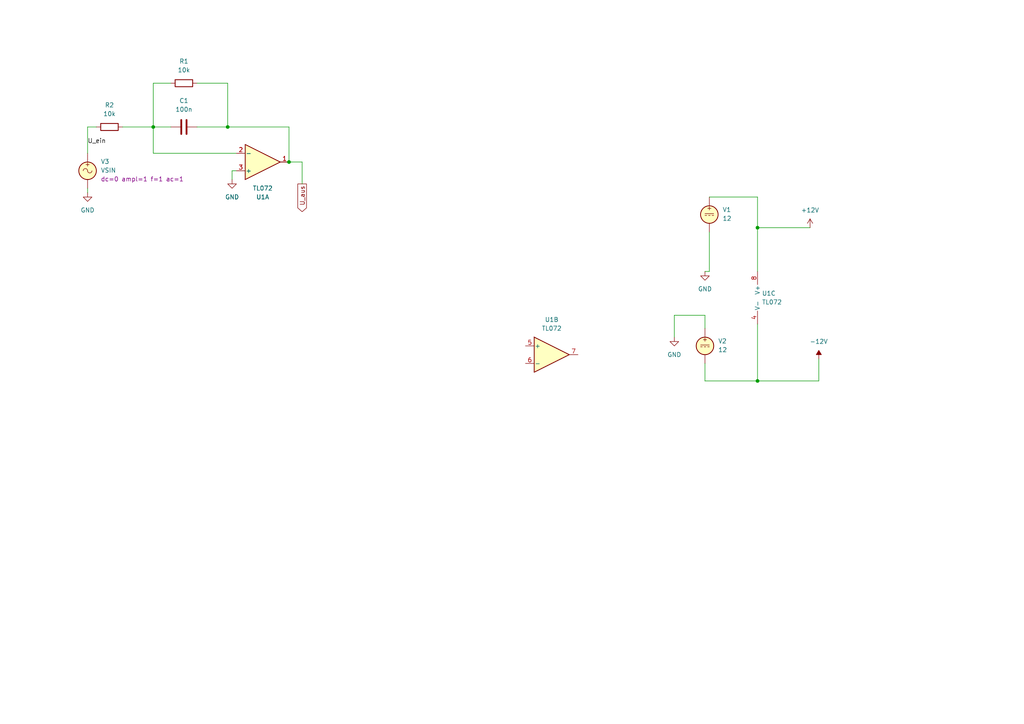
<source format=kicad_sch>
(kicad_sch (version 20230121) (generator eeschema)

  (uuid b35302b3-1aa5-424e-90db-f5cc7fa728aa)

  (paper "A4")

  (lib_symbols
    (symbol "Amplifier_Operational:TL072" (pin_names (offset 0.127)) (in_bom yes) (on_board yes)
      (property "Reference" "U" (at 0 5.08 0)
        (effects (font (size 1.27 1.27)) (justify left))
      )
      (property "Value" "TL072" (at 0 -5.08 0)
        (effects (font (size 1.27 1.27)) (justify left))
      )
      (property "Footprint" "" (at 0 0 0)
        (effects (font (size 1.27 1.27)) hide)
      )
      (property "Datasheet" "http://www.ti.com/lit/ds/symlink/tl071.pdf" (at 0 0 0)
        (effects (font (size 1.27 1.27)) hide)
      )
      (property "ki_locked" "" (at 0 0 0)
        (effects (font (size 1.27 1.27)))
      )
      (property "ki_keywords" "dual opamp" (at 0 0 0)
        (effects (font (size 1.27 1.27)) hide)
      )
      (property "ki_description" "Dual Low-Noise JFET-Input Operational Amplifiers, DIP-8/SOIC-8" (at 0 0 0)
        (effects (font (size 1.27 1.27)) hide)
      )
      (property "ki_fp_filters" "SOIC*3.9x4.9mm*P1.27mm* DIP*W7.62mm* TO*99* OnSemi*Micro8* TSSOP*3x3mm*P0.65mm* TSSOP*4.4x3mm*P0.65mm* MSOP*3x3mm*P0.65mm* SSOP*3.9x4.9mm*P0.635mm* LFCSP*2x2mm*P0.5mm* *SIP* SOIC*5.3x6.2mm*P1.27mm*" (at 0 0 0)
        (effects (font (size 1.27 1.27)) hide)
      )
      (symbol "TL072_1_1"
        (polyline
          (pts
            (xy -5.08 5.08)
            (xy 5.08 0)
            (xy -5.08 -5.08)
            (xy -5.08 5.08)
          )
          (stroke (width 0.254) (type default))
          (fill (type background))
        )
        (pin output line (at 7.62 0 180) (length 2.54)
          (name "~" (effects (font (size 1.27 1.27))))
          (number "1" (effects (font (size 1.27 1.27))))
        )
        (pin input line (at -7.62 -2.54 0) (length 2.54)
          (name "-" (effects (font (size 1.27 1.27))))
          (number "2" (effects (font (size 1.27 1.27))))
        )
        (pin input line (at -7.62 2.54 0) (length 2.54)
          (name "+" (effects (font (size 1.27 1.27))))
          (number "3" (effects (font (size 1.27 1.27))))
        )
      )
      (symbol "TL072_2_1"
        (polyline
          (pts
            (xy -5.08 5.08)
            (xy 5.08 0)
            (xy -5.08 -5.08)
            (xy -5.08 5.08)
          )
          (stroke (width 0.254) (type default))
          (fill (type background))
        )
        (pin input line (at -7.62 2.54 0) (length 2.54)
          (name "+" (effects (font (size 1.27 1.27))))
          (number "5" (effects (font (size 1.27 1.27))))
        )
        (pin input line (at -7.62 -2.54 0) (length 2.54)
          (name "-" (effects (font (size 1.27 1.27))))
          (number "6" (effects (font (size 1.27 1.27))))
        )
        (pin output line (at 7.62 0 180) (length 2.54)
          (name "~" (effects (font (size 1.27 1.27))))
          (number "7" (effects (font (size 1.27 1.27))))
        )
      )
      (symbol "TL072_3_1"
        (pin power_in line (at -2.54 -7.62 90) (length 3.81)
          (name "V-" (effects (font (size 1.27 1.27))))
          (number "4" (effects (font (size 1.27 1.27))))
        )
        (pin power_in line (at -2.54 7.62 270) (length 3.81)
          (name "V+" (effects (font (size 1.27 1.27))))
          (number "8" (effects (font (size 1.27 1.27))))
        )
      )
    )
    (symbol "Device:C" (pin_numbers hide) (pin_names (offset 0.254)) (in_bom yes) (on_board yes)
      (property "Reference" "C" (at 0.635 2.54 0)
        (effects (font (size 1.27 1.27)) (justify left))
      )
      (property "Value" "C" (at 0.635 -2.54 0)
        (effects (font (size 1.27 1.27)) (justify left))
      )
      (property "Footprint" "" (at 0.9652 -3.81 0)
        (effects (font (size 1.27 1.27)) hide)
      )
      (property "Datasheet" "~" (at 0 0 0)
        (effects (font (size 1.27 1.27)) hide)
      )
      (property "ki_keywords" "cap capacitor" (at 0 0 0)
        (effects (font (size 1.27 1.27)) hide)
      )
      (property "ki_description" "Unpolarized capacitor" (at 0 0 0)
        (effects (font (size 1.27 1.27)) hide)
      )
      (property "ki_fp_filters" "C_*" (at 0 0 0)
        (effects (font (size 1.27 1.27)) hide)
      )
      (symbol "C_0_1"
        (polyline
          (pts
            (xy -2.032 -0.762)
            (xy 2.032 -0.762)
          )
          (stroke (width 0.508) (type default))
          (fill (type none))
        )
        (polyline
          (pts
            (xy -2.032 0.762)
            (xy 2.032 0.762)
          )
          (stroke (width 0.508) (type default))
          (fill (type none))
        )
      )
      (symbol "C_1_1"
        (pin passive line (at 0 3.81 270) (length 2.794)
          (name "~" (effects (font (size 1.27 1.27))))
          (number "1" (effects (font (size 1.27 1.27))))
        )
        (pin passive line (at 0 -3.81 90) (length 2.794)
          (name "~" (effects (font (size 1.27 1.27))))
          (number "2" (effects (font (size 1.27 1.27))))
        )
      )
    )
    (symbol "Device:R" (pin_numbers hide) (pin_names (offset 0)) (in_bom yes) (on_board yes)
      (property "Reference" "R" (at 2.032 0 90)
        (effects (font (size 1.27 1.27)))
      )
      (property "Value" "R" (at 0 0 90)
        (effects (font (size 1.27 1.27)))
      )
      (property "Footprint" "" (at -1.778 0 90)
        (effects (font (size 1.27 1.27)) hide)
      )
      (property "Datasheet" "~" (at 0 0 0)
        (effects (font (size 1.27 1.27)) hide)
      )
      (property "ki_keywords" "R res resistor" (at 0 0 0)
        (effects (font (size 1.27 1.27)) hide)
      )
      (property "ki_description" "Resistor" (at 0 0 0)
        (effects (font (size 1.27 1.27)) hide)
      )
      (property "ki_fp_filters" "R_*" (at 0 0 0)
        (effects (font (size 1.27 1.27)) hide)
      )
      (symbol "R_0_1"
        (rectangle (start -1.016 -2.54) (end 1.016 2.54)
          (stroke (width 0.254) (type default))
          (fill (type none))
        )
      )
      (symbol "R_1_1"
        (pin passive line (at 0 3.81 270) (length 1.27)
          (name "~" (effects (font (size 1.27 1.27))))
          (number "1" (effects (font (size 1.27 1.27))))
        )
        (pin passive line (at 0 -3.81 90) (length 1.27)
          (name "~" (effects (font (size 1.27 1.27))))
          (number "2" (effects (font (size 1.27 1.27))))
        )
      )
    )
    (symbol "Simulation_SPICE:VDC" (pin_numbers hide) (pin_names (offset 0.0254)) (in_bom yes) (on_board yes)
      (property "Reference" "V" (at 2.54 2.54 0)
        (effects (font (size 1.27 1.27)) (justify left))
      )
      (property "Value" "1" (at 2.54 0 0)
        (effects (font (size 1.27 1.27)) (justify left))
      )
      (property "Footprint" "" (at 0 0 0)
        (effects (font (size 1.27 1.27)) hide)
      )
      (property "Datasheet" "~" (at 0 0 0)
        (effects (font (size 1.27 1.27)) hide)
      )
      (property "Sim.Pins" "1=+ 2=-" (at 0 0 0)
        (effects (font (size 1.27 1.27)) hide)
      )
      (property "Sim.Type" "DC" (at 0 0 0)
        (effects (font (size 1.27 1.27)) hide)
      )
      (property "Sim.Device" "V" (at 0 0 0)
        (effects (font (size 1.27 1.27)) (justify left) hide)
      )
      (property "ki_keywords" "simulation" (at 0 0 0)
        (effects (font (size 1.27 1.27)) hide)
      )
      (property "ki_description" "Voltage source, DC" (at 0 0 0)
        (effects (font (size 1.27 1.27)) hide)
      )
      (symbol "VDC_0_0"
        (polyline
          (pts
            (xy -1.27 0.254)
            (xy 1.27 0.254)
          )
          (stroke (width 0) (type default))
          (fill (type none))
        )
        (polyline
          (pts
            (xy -0.762 -0.254)
            (xy -1.27 -0.254)
          )
          (stroke (width 0) (type default))
          (fill (type none))
        )
        (polyline
          (pts
            (xy 0.254 -0.254)
            (xy -0.254 -0.254)
          )
          (stroke (width 0) (type default))
          (fill (type none))
        )
        (polyline
          (pts
            (xy 1.27 -0.254)
            (xy 0.762 -0.254)
          )
          (stroke (width 0) (type default))
          (fill (type none))
        )
        (text "+" (at 0 1.905 0)
          (effects (font (size 1.27 1.27)))
        )
      )
      (symbol "VDC_0_1"
        (circle (center 0 0) (radius 2.54)
          (stroke (width 0.254) (type default))
          (fill (type background))
        )
      )
      (symbol "VDC_1_1"
        (pin passive line (at 0 5.08 270) (length 2.54)
          (name "~" (effects (font (size 1.27 1.27))))
          (number "1" (effects (font (size 1.27 1.27))))
        )
        (pin passive line (at 0 -5.08 90) (length 2.54)
          (name "~" (effects (font (size 1.27 1.27))))
          (number "2" (effects (font (size 1.27 1.27))))
        )
      )
    )
    (symbol "Simulation_SPICE:VSIN" (pin_numbers hide) (pin_names (offset 0.0254)) (in_bom yes) (on_board yes)
      (property "Reference" "V" (at 2.54 2.54 0)
        (effects (font (size 1.27 1.27)) (justify left))
      )
      (property "Value" "VSIN" (at 2.54 0 0)
        (effects (font (size 1.27 1.27)) (justify left))
      )
      (property "Footprint" "" (at 0 0 0)
        (effects (font (size 1.27 1.27)) hide)
      )
      (property "Datasheet" "~" (at 0 0 0)
        (effects (font (size 1.27 1.27)) hide)
      )
      (property "Sim.Pins" "1=+ 2=-" (at 0 0 0)
        (effects (font (size 1.27 1.27)) hide)
      )
      (property "Sim.Params" "dc=0 ampl=1 f=1k ac=1" (at 2.54 -2.54 0)
        (effects (font (size 1.27 1.27)) (justify left))
      )
      (property "Sim.Type" "SIN" (at 0 0 0)
        (effects (font (size 1.27 1.27)) hide)
      )
      (property "Sim.Device" "V" (at 0 0 0)
        (effects (font (size 1.27 1.27)) (justify left) hide)
      )
      (property "ki_keywords" "simulation ac vac" (at 0 0 0)
        (effects (font (size 1.27 1.27)) hide)
      )
      (property "ki_description" "Voltage source, sinusoidal" (at 0 0 0)
        (effects (font (size 1.27 1.27)) hide)
      )
      (symbol "VSIN_0_0"
        (arc (start 0 0) (mid -0.635 0.6323) (end -1.27 0)
          (stroke (width 0) (type default))
          (fill (type none))
        )
        (arc (start 0 0) (mid 0.635 -0.6323) (end 1.27 0)
          (stroke (width 0) (type default))
          (fill (type none))
        )
        (text "+" (at 0 1.905 0)
          (effects (font (size 1.27 1.27)))
        )
      )
      (symbol "VSIN_0_1"
        (circle (center 0 0) (radius 2.54)
          (stroke (width 0.254) (type default))
          (fill (type background))
        )
      )
      (symbol "VSIN_1_1"
        (pin passive line (at 0 5.08 270) (length 2.54)
          (name "~" (effects (font (size 1.27 1.27))))
          (number "1" (effects (font (size 1.27 1.27))))
        )
        (pin passive line (at 0 -5.08 90) (length 2.54)
          (name "~" (effects (font (size 1.27 1.27))))
          (number "2" (effects (font (size 1.27 1.27))))
        )
      )
    )
    (symbol "power:+12V" (power) (pin_names (offset 0)) (in_bom yes) (on_board yes)
      (property "Reference" "#PWR" (at 0 -3.81 0)
        (effects (font (size 1.27 1.27)) hide)
      )
      (property "Value" "+12V" (at 0 3.556 0)
        (effects (font (size 1.27 1.27)))
      )
      (property "Footprint" "" (at 0 0 0)
        (effects (font (size 1.27 1.27)) hide)
      )
      (property "Datasheet" "" (at 0 0 0)
        (effects (font (size 1.27 1.27)) hide)
      )
      (property "ki_keywords" "global power" (at 0 0 0)
        (effects (font (size 1.27 1.27)) hide)
      )
      (property "ki_description" "Power symbol creates a global label with name \"+12V\"" (at 0 0 0)
        (effects (font (size 1.27 1.27)) hide)
      )
      (symbol "+12V_0_1"
        (polyline
          (pts
            (xy -0.762 1.27)
            (xy 0 2.54)
          )
          (stroke (width 0) (type default))
          (fill (type none))
        )
        (polyline
          (pts
            (xy 0 0)
            (xy 0 2.54)
          )
          (stroke (width 0) (type default))
          (fill (type none))
        )
        (polyline
          (pts
            (xy 0 2.54)
            (xy 0.762 1.27)
          )
          (stroke (width 0) (type default))
          (fill (type none))
        )
      )
      (symbol "+12V_1_1"
        (pin power_in line (at 0 0 90) (length 0) hide
          (name "+12V" (effects (font (size 1.27 1.27))))
          (number "1" (effects (font (size 1.27 1.27))))
        )
      )
    )
    (symbol "power:-12V" (power) (pin_names (offset 0)) (in_bom yes) (on_board yes)
      (property "Reference" "#PWR" (at 0 2.54 0)
        (effects (font (size 1.27 1.27)) hide)
      )
      (property "Value" "-12V" (at 0 3.81 0)
        (effects (font (size 1.27 1.27)))
      )
      (property "Footprint" "" (at 0 0 0)
        (effects (font (size 1.27 1.27)) hide)
      )
      (property "Datasheet" "" (at 0 0 0)
        (effects (font (size 1.27 1.27)) hide)
      )
      (property "ki_keywords" "global power" (at 0 0 0)
        (effects (font (size 1.27 1.27)) hide)
      )
      (property "ki_description" "Power symbol creates a global label with name \"-12V\"" (at 0 0 0)
        (effects (font (size 1.27 1.27)) hide)
      )
      (symbol "-12V_0_0"
        (pin power_in line (at 0 0 90) (length 0) hide
          (name "-12V" (effects (font (size 1.27 1.27))))
          (number "1" (effects (font (size 1.27 1.27))))
        )
      )
      (symbol "-12V_0_1"
        (polyline
          (pts
            (xy 0 0)
            (xy 0 1.27)
            (xy 0.762 1.27)
            (xy 0 2.54)
            (xy -0.762 1.27)
            (xy 0 1.27)
          )
          (stroke (width 0) (type default))
          (fill (type outline))
        )
      )
    )
    (symbol "power:GND" (power) (pin_names (offset 0)) (in_bom yes) (on_board yes)
      (property "Reference" "#PWR" (at 0 -6.35 0)
        (effects (font (size 1.27 1.27)) hide)
      )
      (property "Value" "GND" (at 0 -3.81 0)
        (effects (font (size 1.27 1.27)))
      )
      (property "Footprint" "" (at 0 0 0)
        (effects (font (size 1.27 1.27)) hide)
      )
      (property "Datasheet" "" (at 0 0 0)
        (effects (font (size 1.27 1.27)) hide)
      )
      (property "ki_keywords" "global power" (at 0 0 0)
        (effects (font (size 1.27 1.27)) hide)
      )
      (property "ki_description" "Power symbol creates a global label with name \"GND\" , ground" (at 0 0 0)
        (effects (font (size 1.27 1.27)) hide)
      )
      (symbol "GND_0_1"
        (polyline
          (pts
            (xy 0 0)
            (xy 0 -1.27)
            (xy 1.27 -1.27)
            (xy 0 -2.54)
            (xy -1.27 -1.27)
            (xy 0 -1.27)
          )
          (stroke (width 0) (type default))
          (fill (type none))
        )
      )
      (symbol "GND_1_1"
        (pin power_in line (at 0 0 270) (length 0) hide
          (name "GND" (effects (font (size 1.27 1.27))))
          (number "1" (effects (font (size 1.27 1.27))))
        )
      )
    )
  )

  (junction (at 83.82 46.99) (diameter 0) (color 0 0 0 0)
    (uuid 2f4c57e7-b8aa-412c-946d-335a3daeaf7a)
  )
  (junction (at 66.04 36.83) (diameter 0) (color 0 0 0 0)
    (uuid 7d00fe75-101e-4fa2-842c-7e26a484b9c2)
  )
  (junction (at 44.45 36.83) (diameter 0) (color 0 0 0 0)
    (uuid 85552932-a483-417b-b2cc-6ad1326e1b5a)
  )
  (junction (at 219.71 66.04) (diameter 0) (color 0 0 0 0)
    (uuid a5630828-7689-4b97-a0ad-d0b2cbc1a523)
  )
  (junction (at 219.71 110.49) (diameter 0) (color 0 0 0 0)
    (uuid dba356ba-c624-4718-bce8-7b455969f408)
  )

  (wire (pts (xy 219.71 93.98) (xy 219.71 110.49))
    (stroke (width 0) (type default))
    (uuid 0374a3cd-b30b-42fe-bfa6-82a1a93be16e)
  )
  (wire (pts (xy 219.71 66.04) (xy 219.71 78.74))
    (stroke (width 0) (type default))
    (uuid 08e8276b-d8a8-4b4e-843e-742a8d957748)
  )
  (wire (pts (xy 67.31 49.53) (xy 67.31 52.07))
    (stroke (width 0) (type default))
    (uuid 0e1db4fa-68ac-451b-a7b1-a98b9a750f3e)
  )
  (wire (pts (xy 205.74 67.31) (xy 205.74 78.74))
    (stroke (width 0) (type default))
    (uuid 136041ae-df53-4671-9d1f-ae0b41fb7523)
  )
  (wire (pts (xy 66.04 24.13) (xy 66.04 36.83))
    (stroke (width 0) (type default))
    (uuid 1b16ec24-d335-4afd-8fb9-da588aedc27b)
  )
  (wire (pts (xy 195.58 91.44) (xy 204.47 91.44))
    (stroke (width 0) (type default))
    (uuid 2bc31e9f-532f-4edf-ab21-dd20bca4504e)
  )
  (wire (pts (xy 68.58 49.53) (xy 67.31 49.53))
    (stroke (width 0) (type default))
    (uuid 3b7b47a6-b7a2-432a-b744-13c679e8a8a8)
  )
  (wire (pts (xy 25.4 44.45) (xy 25.4 36.83))
    (stroke (width 0) (type default))
    (uuid 3c050c3c-3a6d-4df6-b11d-12f26f6a8072)
  )
  (wire (pts (xy 87.63 53.34) (xy 87.63 46.99))
    (stroke (width 0) (type default))
    (uuid 3cb93c61-b4e5-4b93-94b7-df87113de55e)
  )
  (wire (pts (xy 25.4 36.83) (xy 27.94 36.83))
    (stroke (width 0) (type default))
    (uuid 53b6def5-4807-4f25-a564-30204320a457)
  )
  (wire (pts (xy 35.56 36.83) (xy 44.45 36.83))
    (stroke (width 0) (type default))
    (uuid 58a98d26-8cf3-4292-a1c0-ea92c23bb43a)
  )
  (wire (pts (xy 57.15 24.13) (xy 66.04 24.13))
    (stroke (width 0) (type default))
    (uuid 60c267a8-e138-459f-a704-e226f342a225)
  )
  (wire (pts (xy 219.71 57.15) (xy 219.71 66.04))
    (stroke (width 0) (type default))
    (uuid 75c60956-82c2-402f-b1e4-d6c1b1da5803)
  )
  (wire (pts (xy 204.47 105.41) (xy 204.47 110.49))
    (stroke (width 0) (type default))
    (uuid 86225915-d1ae-4d7e-bf66-20e72c478d37)
  )
  (wire (pts (xy 25.4 54.61) (xy 25.4 55.88))
    (stroke (width 0) (type default))
    (uuid 925a1746-652b-4398-9932-a5ff2c8cdd08)
  )
  (wire (pts (xy 44.45 24.13) (xy 44.45 36.83))
    (stroke (width 0) (type default))
    (uuid 9896c0c1-aa4d-402f-b7d4-20e3d5a76c60)
  )
  (wire (pts (xy 195.58 97.79) (xy 195.58 91.44))
    (stroke (width 0) (type default))
    (uuid 9ed1ace5-2d47-4584-b3cf-f0e5215a243b)
  )
  (wire (pts (xy 87.63 46.99) (xy 83.82 46.99))
    (stroke (width 0) (type default))
    (uuid 9f925df9-abac-4c77-b4ed-0489db8d138f)
  )
  (wire (pts (xy 237.49 104.14) (xy 237.49 110.49))
    (stroke (width 0) (type default))
    (uuid a20e497f-eef1-440f-abd8-b107816991c0)
  )
  (wire (pts (xy 204.47 110.49) (xy 219.71 110.49))
    (stroke (width 0) (type default))
    (uuid a78de50b-0997-4128-b16d-b166abfda587)
  )
  (wire (pts (xy 44.45 36.83) (xy 49.53 36.83))
    (stroke (width 0) (type default))
    (uuid ab2c6c6a-68d6-4436-bc0e-d14ab782e337)
  )
  (wire (pts (xy 205.74 57.15) (xy 219.71 57.15))
    (stroke (width 0) (type default))
    (uuid ac35b778-940f-4379-88cb-54147a366a3d)
  )
  (wire (pts (xy 83.82 46.99) (xy 83.82 36.83))
    (stroke (width 0) (type default))
    (uuid b24fd36d-2353-4c09-80b8-18baeedc5bb9)
  )
  (wire (pts (xy 205.74 78.74) (xy 204.47 78.74))
    (stroke (width 0) (type default))
    (uuid b320747e-9bb8-48a0-b5be-0eb7241b0347)
  )
  (wire (pts (xy 44.45 44.45) (xy 44.45 36.83))
    (stroke (width 0) (type default))
    (uuid bb799281-b2fe-4e16-a57b-fa6cbe35766d)
  )
  (wire (pts (xy 204.47 91.44) (xy 204.47 95.25))
    (stroke (width 0) (type default))
    (uuid c422abba-f4fe-4a37-a5a2-daa4b55517c3)
  )
  (wire (pts (xy 44.45 44.45) (xy 68.58 44.45))
    (stroke (width 0) (type default))
    (uuid ce47ed80-e280-4631-a831-388dcc4a1885)
  )
  (wire (pts (xy 234.95 66.04) (xy 219.71 66.04))
    (stroke (width 0) (type default))
    (uuid d686c4a6-2df3-47ac-9128-956411154f27)
  )
  (wire (pts (xy 66.04 36.83) (xy 83.82 36.83))
    (stroke (width 0) (type default))
    (uuid d692aeb2-00d8-43ab-a383-0a64304d78f8)
  )
  (wire (pts (xy 57.15 36.83) (xy 66.04 36.83))
    (stroke (width 0) (type default))
    (uuid dae1f0cd-0bdf-4fdb-b15e-f2a631d08960)
  )
  (wire (pts (xy 219.71 110.49) (xy 237.49 110.49))
    (stroke (width 0) (type default))
    (uuid ed191166-bb5f-43f8-996c-d9fac0bc879f)
  )
  (wire (pts (xy 49.53 24.13) (xy 44.45 24.13))
    (stroke (width 0) (type default))
    (uuid f3499c26-18ad-4952-a12b-f5ef847bc6b0)
  )

  (label "U_ein" (at 25.4 41.91 0) (fields_autoplaced)
    (effects (font (size 1.27 1.27)) (justify left bottom))
    (uuid 627bd73e-6d15-4c68-8243-0384d8915991)
  )

  (global_label "U_aus" (shape output) (at 87.63 53.34 270) (fields_autoplaced)
    (effects (font (size 1.27 1.27)) (justify right))
    (uuid e0eb98a4-4f6b-4158-97db-c02b11f7e634)
    (property "Intersheetrefs" "${INTERSHEET_REFS}" (at 87.63 61.9494 90)
      (effects (font (size 1.27 1.27)) (justify right) hide)
    )
  )

  (symbol (lib_id "Simulation_SPICE:VDC") (at 204.47 100.33 0) (unit 1)
    (in_bom yes) (on_board yes) (dnp no) (fields_autoplaced)
    (uuid 113d6512-223c-4c04-84dd-a3a850af6c4b)
    (property "Reference" "V2" (at 208.28 98.9302 0)
      (effects (font (size 1.27 1.27)) (justify left))
    )
    (property "Value" "12" (at 208.28 101.4702 0)
      (effects (font (size 1.27 1.27)) (justify left))
    )
    (property "Footprint" "" (at 204.47 100.33 0)
      (effects (font (size 1.27 1.27)) hide)
    )
    (property "Datasheet" "~" (at 204.47 100.33 0)
      (effects (font (size 1.27 1.27)) hide)
    )
    (property "Sim.Pins" "1=+ 2=-" (at 204.47 100.33 0)
      (effects (font (size 1.27 1.27)) hide)
    )
    (property "Sim.Type" "DC" (at 204.47 100.33 0)
      (effects (font (size 1.27 1.27)) hide)
    )
    (property "Sim.Device" "V" (at 204.47 100.33 0)
      (effects (font (size 1.27 1.27)) (justify left) hide)
    )
    (pin "2" (uuid c50c0891-4acc-43e3-9126-c78092b37a03))
    (pin "1" (uuid ff971652-b40c-4f81-a535-65d8ec67796c))
    (instances
      (project "TiefpassAktiv"
        (path "/b35302b3-1aa5-424e-90db-f5cc7fa728aa"
          (reference "V2") (unit 1)
        )
      )
    )
  )

  (symbol (lib_id "power:GND") (at 25.4 55.88 0) (unit 1)
    (in_bom yes) (on_board yes) (dnp no) (fields_autoplaced)
    (uuid 200a7fc5-ca17-4da0-8f9e-636af09fad05)
    (property "Reference" "#PWR03" (at 25.4 62.23 0)
      (effects (font (size 1.27 1.27)) hide)
    )
    (property "Value" "GND" (at 25.4 60.96 0)
      (effects (font (size 1.27 1.27)))
    )
    (property "Footprint" "" (at 25.4 55.88 0)
      (effects (font (size 1.27 1.27)) hide)
    )
    (property "Datasheet" "" (at 25.4 55.88 0)
      (effects (font (size 1.27 1.27)) hide)
    )
    (pin "1" (uuid 423e5fab-fb73-4a20-b68d-fbbada6a34b8))
    (instances
      (project "TiefpassAktiv"
        (path "/b35302b3-1aa5-424e-90db-f5cc7fa728aa"
          (reference "#PWR03") (unit 1)
        )
      )
    )
  )

  (symbol (lib_id "Device:R") (at 53.34 24.13 90) (unit 1)
    (in_bom yes) (on_board yes) (dnp no) (fields_autoplaced)
    (uuid 20d11dba-40dc-4ac5-8c5f-8b7b4e8c8b39)
    (property "Reference" "R1" (at 53.34 17.78 90)
      (effects (font (size 1.27 1.27)))
    )
    (property "Value" "10k" (at 53.34 20.32 90)
      (effects (font (size 1.27 1.27)))
    )
    (property "Footprint" "" (at 53.34 25.908 90)
      (effects (font (size 1.27 1.27)) hide)
    )
    (property "Datasheet" "~" (at 53.34 24.13 0)
      (effects (font (size 1.27 1.27)) hide)
    )
    (pin "2" (uuid d103e0d3-4030-49a4-a2c9-e2ed626cc660))
    (pin "1" (uuid a5fac6ce-2488-4951-a542-5481ffdfa56b))
    (instances
      (project "TiefpassAktiv"
        (path "/b35302b3-1aa5-424e-90db-f5cc7fa728aa"
          (reference "R1") (unit 1)
        )
      )
    )
  )

  (symbol (lib_id "Simulation_SPICE:VDC") (at 205.74 62.23 0) (unit 1)
    (in_bom yes) (on_board yes) (dnp no) (fields_autoplaced)
    (uuid 23ab169e-d387-4e2d-9a48-003cdab5503c)
    (property "Reference" "V1" (at 209.55 60.8302 0)
      (effects (font (size 1.27 1.27)) (justify left))
    )
    (property "Value" "12" (at 209.55 63.3702 0)
      (effects (font (size 1.27 1.27)) (justify left))
    )
    (property "Footprint" "" (at 205.74 62.23 0)
      (effects (font (size 1.27 1.27)) hide)
    )
    (property "Datasheet" "~" (at 205.74 62.23 0)
      (effects (font (size 1.27 1.27)) hide)
    )
    (property "Sim.Pins" "1=+ 2=-" (at 205.74 62.23 0)
      (effects (font (size 1.27 1.27)) hide)
    )
    (property "Sim.Type" "DC" (at 205.74 62.23 0)
      (effects (font (size 1.27 1.27)) hide)
    )
    (property "Sim.Device" "V" (at 205.74 62.23 0)
      (effects (font (size 1.27 1.27)) (justify left) hide)
    )
    (pin "2" (uuid aad311b6-7f47-49f5-952a-e818f5713edc))
    (pin "1" (uuid 72290c95-1fa9-4dab-b990-6d8fd493df53))
    (instances
      (project "TiefpassAktiv"
        (path "/b35302b3-1aa5-424e-90db-f5cc7fa728aa"
          (reference "V1") (unit 1)
        )
      )
    )
  )

  (symbol (lib_id "Device:C") (at 53.34 36.83 90) (unit 1)
    (in_bom yes) (on_board yes) (dnp no) (fields_autoplaced)
    (uuid 3c4798b9-0895-4048-b10d-edcfbedb78d3)
    (property "Reference" "C1" (at 53.34 29.21 90)
      (effects (font (size 1.27 1.27)))
    )
    (property "Value" "100n" (at 53.34 31.75 90)
      (effects (font (size 1.27 1.27)))
    )
    (property "Footprint" "" (at 57.15 35.8648 0)
      (effects (font (size 1.27 1.27)) hide)
    )
    (property "Datasheet" "~" (at 53.34 36.83 0)
      (effects (font (size 1.27 1.27)) hide)
    )
    (pin "2" (uuid 1baef556-7191-4af3-8f29-8511ffc86858))
    (pin "1" (uuid 7482db6f-4d08-4a66-8e5a-e2d5a544c3b1))
    (instances
      (project "TiefpassAktiv"
        (path "/b35302b3-1aa5-424e-90db-f5cc7fa728aa"
          (reference "C1") (unit 1)
        )
      )
    )
  )

  (symbol (lib_id "Amplifier_Operational:TL072") (at 222.25 86.36 0) (unit 3)
    (in_bom yes) (on_board yes) (dnp no) (fields_autoplaced)
    (uuid 406a98c9-331b-447b-b8d3-23bd0edcc3c0)
    (property "Reference" "U1" (at 220.98 85.09 0)
      (effects (font (size 1.27 1.27)) (justify left))
    )
    (property "Value" "TL072" (at 220.98 87.63 0)
      (effects (font (size 1.27 1.27)) (justify left))
    )
    (property "Footprint" "" (at 222.25 86.36 0)
      (effects (font (size 1.27 1.27)) hide)
    )
    (property "Datasheet" "http://www.ti.com/lit/ds/symlink/tl071.pdf" (at 222.25 86.36 0)
      (effects (font (size 1.27 1.27)) hide)
    )
    (property "Sim.Library" "TL072-dual.lib" (at 222.25 86.36 0)
      (effects (font (size 1.27 1.27)) hide)
    )
    (property "Sim.Name" "TL072c" (at 222.25 86.36 0)
      (effects (font (size 1.27 1.27)) hide)
    )
    (property "Sim.Device" "SUBCKT" (at 222.25 86.36 0)
      (effects (font (size 1.27 1.27)) hide)
    )
    (property "Sim.Pins" "1=1out 2=1in- 3=1in+ 4=vcc- 5=2in+ 6=2in- 7=2out 8=vcc+" (at 222.25 86.36 0)
      (effects (font (size 1.27 1.27)) hide)
    )
    (pin "1" (uuid 4656fd70-2ca1-49ec-9f89-156c6fbe8875))
    (pin "6" (uuid 66a902a4-9b01-46de-9f50-c96184fd7914))
    (pin "4" (uuid edecfdde-6efa-4657-8c48-24a746d61dfe))
    (pin "3" (uuid b467f47e-a94f-48f3-bfa9-10981c35931b))
    (pin "2" (uuid 4c86c15a-29ab-427c-9fdf-c10e912adc12))
    (pin "5" (uuid 01d2a251-e2ca-4137-97ff-c60209863518))
    (pin "8" (uuid 4af78e3b-c301-4034-bb4a-f9e4278a45a6))
    (pin "7" (uuid 86a2f517-de06-400b-9888-a463ad573733))
    (instances
      (project "TiefpassAktiv"
        (path "/b35302b3-1aa5-424e-90db-f5cc7fa728aa"
          (reference "U1") (unit 3)
        )
      )
    )
  )

  (symbol (lib_id "Amplifier_Operational:TL072") (at 76.2 46.99 0) (mirror x) (unit 1)
    (in_bom yes) (on_board yes) (dnp no)
    (uuid 4ecd0a30-07e8-4620-81fb-ddcd394adb37)
    (property "Reference" "U1" (at 76.2 57.15 0)
      (effects (font (size 1.27 1.27)))
    )
    (property "Value" "TL072" (at 76.2 54.61 0)
      (effects (font (size 1.27 1.27)))
    )
    (property "Footprint" "" (at 76.2 46.99 0)
      (effects (font (size 1.27 1.27)) hide)
    )
    (property "Datasheet" "http://www.ti.com/lit/ds/symlink/tl071.pdf" (at 76.2 46.99 0)
      (effects (font (size 1.27 1.27)) hide)
    )
    (property "Sim.Library" "TL072-dual.lib" (at 76.2 46.99 0)
      (effects (font (size 1.27 1.27)) hide)
    )
    (property "Sim.Name" "TL072c" (at 76.2 46.99 0)
      (effects (font (size 1.27 1.27)) hide)
    )
    (property "Sim.Device" "SUBCKT" (at 76.2 46.99 0)
      (effects (font (size 1.27 1.27)) hide)
    )
    (property "Sim.Pins" "1=1out 2=1in- 3=1in+ 4=vcc- 5=2in+ 6=2in- 7=2out 8=vcc+" (at 76.2 46.99 0)
      (effects (font (size 1.27 1.27)) hide)
    )
    (pin "1" (uuid 4656fd70-2ca1-49ec-9f89-156c6fbe8876))
    (pin "6" (uuid 66a902a4-9b01-46de-9f50-c96184fd7915))
    (pin "4" (uuid edecfdde-6efa-4657-8c48-24a746d61dff))
    (pin "3" (uuid b467f47e-a94f-48f3-bfa9-10981c35931c))
    (pin "2" (uuid 4c86c15a-29ab-427c-9fdf-c10e912adc13))
    (pin "5" (uuid 01d2a251-e2ca-4137-97ff-c60209863519))
    (pin "8" (uuid 4af78e3b-c301-4034-bb4a-f9e4278a45a7))
    (pin "7" (uuid 86a2f517-de06-400b-9888-a463ad573734))
    (instances
      (project "TiefpassAktiv"
        (path "/b35302b3-1aa5-424e-90db-f5cc7fa728aa"
          (reference "U1") (unit 1)
        )
      )
    )
  )

  (symbol (lib_id "power:GND") (at 195.58 97.79 0) (unit 1)
    (in_bom yes) (on_board yes) (dnp no) (fields_autoplaced)
    (uuid 53d49d62-da46-4d8c-9050-9238e6d0a4b7)
    (property "Reference" "#PWR05" (at 195.58 104.14 0)
      (effects (font (size 1.27 1.27)) hide)
    )
    (property "Value" "GND" (at 195.58 102.87 0)
      (effects (font (size 1.27 1.27)))
    )
    (property "Footprint" "" (at 195.58 97.79 0)
      (effects (font (size 1.27 1.27)) hide)
    )
    (property "Datasheet" "" (at 195.58 97.79 0)
      (effects (font (size 1.27 1.27)) hide)
    )
    (pin "1" (uuid 30dbd14b-1221-4321-8b39-98df422cbe2f))
    (instances
      (project "TiefpassAktiv"
        (path "/b35302b3-1aa5-424e-90db-f5cc7fa728aa"
          (reference "#PWR05") (unit 1)
        )
      )
    )
  )

  (symbol (lib_id "Device:R") (at 31.75 36.83 90) (unit 1)
    (in_bom yes) (on_board yes) (dnp no) (fields_autoplaced)
    (uuid 66747895-0d41-4bd1-af98-a77d352ef739)
    (property "Reference" "R2" (at 31.75 30.48 90)
      (effects (font (size 1.27 1.27)))
    )
    (property "Value" "10k" (at 31.75 33.02 90)
      (effects (font (size 1.27 1.27)))
    )
    (property "Footprint" "" (at 31.75 38.608 90)
      (effects (font (size 1.27 1.27)) hide)
    )
    (property "Datasheet" "~" (at 31.75 36.83 0)
      (effects (font (size 1.27 1.27)) hide)
    )
    (pin "2" (uuid b097846e-f81d-47d4-a785-57fc61dfd2a3))
    (pin "1" (uuid 22f2c4fa-1140-41bf-b6af-fe590be905f1))
    (instances
      (project "TiefpassAktiv"
        (path "/b35302b3-1aa5-424e-90db-f5cc7fa728aa"
          (reference "R2") (unit 1)
        )
      )
    )
  )

  (symbol (lib_id "power:+12V") (at 234.95 66.04 0) (unit 1)
    (in_bom yes) (on_board yes) (dnp no) (fields_autoplaced)
    (uuid 6f08f0cf-0e4c-4a64-bdf3-d28228caa667)
    (property "Reference" "#PWR01" (at 234.95 69.85 0)
      (effects (font (size 1.27 1.27)) hide)
    )
    (property "Value" "+12V" (at 234.95 60.96 0)
      (effects (font (size 1.27 1.27)))
    )
    (property "Footprint" "" (at 234.95 66.04 0)
      (effects (font (size 1.27 1.27)) hide)
    )
    (property "Datasheet" "" (at 234.95 66.04 0)
      (effects (font (size 1.27 1.27)) hide)
    )
    (pin "1" (uuid 139727b0-27db-4eed-8c8f-b0789fff1be8))
    (instances
      (project "TiefpassAktiv"
        (path "/b35302b3-1aa5-424e-90db-f5cc7fa728aa"
          (reference "#PWR01") (unit 1)
        )
      )
    )
  )

  (symbol (lib_id "power:-12V") (at 237.49 104.14 0) (unit 1)
    (in_bom yes) (on_board yes) (dnp no) (fields_autoplaced)
    (uuid 9e8a99e9-dd9f-4416-8099-b15e4ff9d81a)
    (property "Reference" "#PWR02" (at 237.49 101.6 0)
      (effects (font (size 1.27 1.27)) hide)
    )
    (property "Value" "-12V" (at 237.49 99.06 0)
      (effects (font (size 1.27 1.27)))
    )
    (property "Footprint" "" (at 237.49 104.14 0)
      (effects (font (size 1.27 1.27)) hide)
    )
    (property "Datasheet" "" (at 237.49 104.14 0)
      (effects (font (size 1.27 1.27)) hide)
    )
    (pin "1" (uuid 3a34caca-e684-4f6e-93c2-34a3382457be))
    (instances
      (project "TiefpassAktiv"
        (path "/b35302b3-1aa5-424e-90db-f5cc7fa728aa"
          (reference "#PWR02") (unit 1)
        )
      )
    )
  )

  (symbol (lib_id "Amplifier_Operational:TL072") (at 160.02 102.87 0) (unit 2)
    (in_bom yes) (on_board yes) (dnp no) (fields_autoplaced)
    (uuid a91e533b-b755-4be1-8f13-aeb2aaedf36b)
    (property "Reference" "U1" (at 160.02 92.71 0)
      (effects (font (size 1.27 1.27)))
    )
    (property "Value" "TL072" (at 160.02 95.25 0)
      (effects (font (size 1.27 1.27)))
    )
    (property "Footprint" "" (at 160.02 102.87 0)
      (effects (font (size 1.27 1.27)) hide)
    )
    (property "Datasheet" "http://www.ti.com/lit/ds/symlink/tl071.pdf" (at 160.02 102.87 0)
      (effects (font (size 1.27 1.27)) hide)
    )
    (property "Sim.Library" "TL072-dual.lib" (at 160.02 102.87 0)
      (effects (font (size 1.27 1.27)) hide)
    )
    (property "Sim.Name" "TL072c" (at 160.02 102.87 0)
      (effects (font (size 1.27 1.27)) hide)
    )
    (property "Sim.Device" "SUBCKT" (at 160.02 102.87 0)
      (effects (font (size 1.27 1.27)) hide)
    )
    (property "Sim.Pins" "1=1out 2=1in- 3=1in+ 4=vcc- 5=2in+ 6=2in- 7=2out 8=vcc+" (at 160.02 102.87 0)
      (effects (font (size 1.27 1.27)) hide)
    )
    (pin "1" (uuid 4656fd70-2ca1-49ec-9f89-156c6fbe8877))
    (pin "6" (uuid 66a902a4-9b01-46de-9f50-c96184fd7916))
    (pin "4" (uuid edecfdde-6efa-4657-8c48-24a746d61e00))
    (pin "3" (uuid b467f47e-a94f-48f3-bfa9-10981c35931d))
    (pin "2" (uuid 4c86c15a-29ab-427c-9fdf-c10e912adc14))
    (pin "5" (uuid 01d2a251-e2ca-4137-97ff-c6020986351a))
    (pin "8" (uuid 4af78e3b-c301-4034-bb4a-f9e4278a45a8))
    (pin "7" (uuid 86a2f517-de06-400b-9888-a463ad573735))
    (instances
      (project "TiefpassAktiv"
        (path "/b35302b3-1aa5-424e-90db-f5cc7fa728aa"
          (reference "U1") (unit 2)
        )
      )
    )
  )

  (symbol (lib_id "power:GND") (at 67.31 52.07 0) (unit 1)
    (in_bom yes) (on_board yes) (dnp no) (fields_autoplaced)
    (uuid bd0e8c65-1625-41e6-97c4-d5a58093fd48)
    (property "Reference" "#PWR06" (at 67.31 58.42 0)
      (effects (font (size 1.27 1.27)) hide)
    )
    (property "Value" "GND" (at 67.31 57.15 0)
      (effects (font (size 1.27 1.27)))
    )
    (property "Footprint" "" (at 67.31 52.07 0)
      (effects (font (size 1.27 1.27)) hide)
    )
    (property "Datasheet" "" (at 67.31 52.07 0)
      (effects (font (size 1.27 1.27)) hide)
    )
    (pin "1" (uuid 81ecb59a-50f0-4a94-889b-f82fa33800f1))
    (instances
      (project "TiefpassAktiv"
        (path "/b35302b3-1aa5-424e-90db-f5cc7fa728aa"
          (reference "#PWR06") (unit 1)
        )
      )
    )
  )

  (symbol (lib_id "Simulation_SPICE:VSIN") (at 25.4 49.53 0) (unit 1)
    (in_bom yes) (on_board yes) (dnp no) (fields_autoplaced)
    (uuid d756fa81-02dd-4360-96e5-c7e0da222d31)
    (property "Reference" "V3" (at 29.21 46.8602 0)
      (effects (font (size 1.27 1.27)) (justify left))
    )
    (property "Value" "VSIN" (at 29.21 49.4002 0)
      (effects (font (size 1.27 1.27)) (justify left))
    )
    (property "Footprint" "" (at 25.4 49.53 0)
      (effects (font (size 1.27 1.27)) hide)
    )
    (property "Datasheet" "~" (at 25.4 49.53 0)
      (effects (font (size 1.27 1.27)) hide)
    )
    (property "Sim.Pins" "1=+ 2=-" (at 25.4 49.53 0)
      (effects (font (size 1.27 1.27)) hide)
    )
    (property "Sim.Params" "dc=0 ampl=1 f=1 ac=1" (at 29.21 51.9402 0)
      (effects (font (size 1.27 1.27)) (justify left))
    )
    (property "Sim.Type" "SIN" (at 25.4 49.53 0)
      (effects (font (size 1.27 1.27)) hide)
    )
    (property "Sim.Device" "V" (at 25.4 49.53 0)
      (effects (font (size 1.27 1.27)) (justify left) hide)
    )
    (pin "1" (uuid 355521e9-cd74-4ba5-8e47-a4df6a10727b))
    (pin "2" (uuid d55e4e70-6b38-424a-aef6-89b4c6f95929))
    (instances
      (project "TiefpassAktiv"
        (path "/b35302b3-1aa5-424e-90db-f5cc7fa728aa"
          (reference "V3") (unit 1)
        )
      )
    )
  )

  (symbol (lib_id "power:GND") (at 204.47 78.74 0) (unit 1)
    (in_bom yes) (on_board yes) (dnp no) (fields_autoplaced)
    (uuid daae4f23-4cc1-464a-a862-54e6d3ed0061)
    (property "Reference" "#PWR04" (at 204.47 85.09 0)
      (effects (font (size 1.27 1.27)) hide)
    )
    (property "Value" "GND" (at 204.47 83.82 0)
      (effects (font (size 1.27 1.27)))
    )
    (property "Footprint" "" (at 204.47 78.74 0)
      (effects (font (size 1.27 1.27)) hide)
    )
    (property "Datasheet" "" (at 204.47 78.74 0)
      (effects (font (size 1.27 1.27)) hide)
    )
    (pin "1" (uuid 3864f366-7af5-4c59-a7e1-25b1db748aac))
    (instances
      (project "TiefpassAktiv"
        (path "/b35302b3-1aa5-424e-90db-f5cc7fa728aa"
          (reference "#PWR04") (unit 1)
        )
      )
    )
  )

  (sheet_instances
    (path "/" (page "1"))
  )
)

</source>
